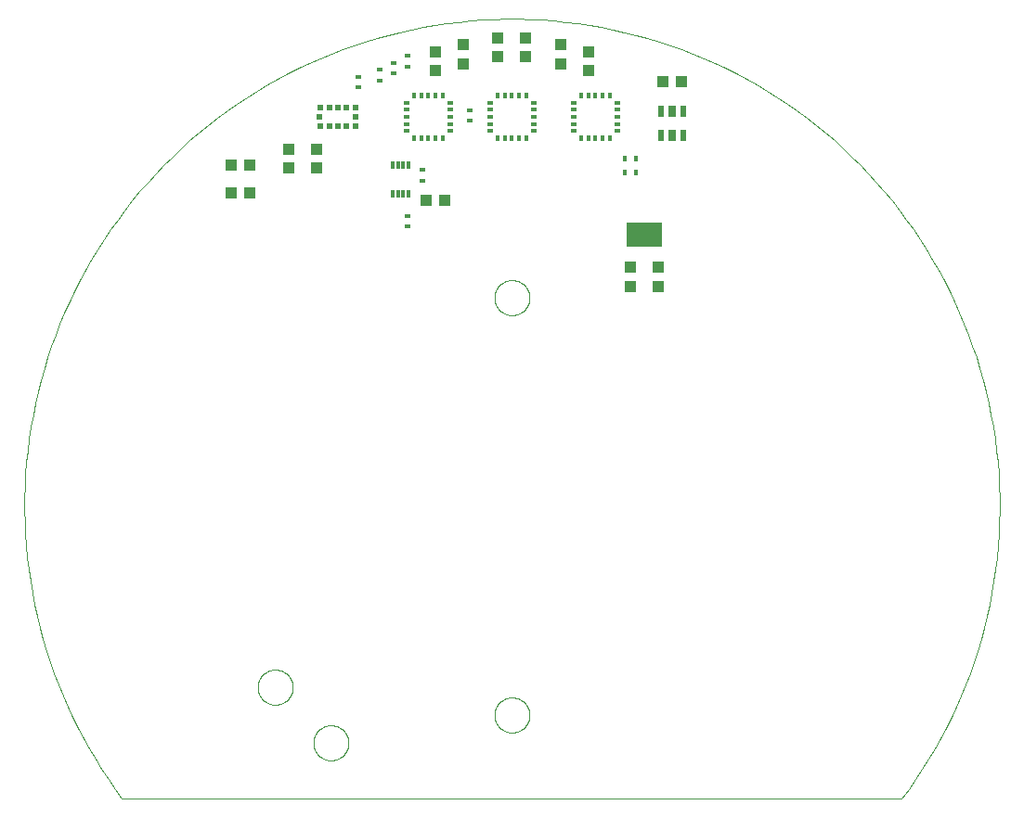
<source format=gtp>
G75*
%MOIN*%
%OFA0B0*%
%FSLAX25Y25*%
%IPPOS*%
%LPD*%
%AMOC8*
5,1,8,0,0,1.08239X$1,22.5*
%
%ADD10C,0.00000*%
%ADD11R,0.03937X0.04331*%
%ADD12R,0.01969X0.02362*%
%ADD13R,0.02362X0.01969*%
%ADD14R,0.02165X0.01575*%
%ADD15R,0.01575X0.02165*%
%ADD16R,0.02400X0.01800*%
%ADD17R,0.01181X0.02559*%
%ADD18R,0.01800X0.02400*%
%ADD19R,0.02756X0.04331*%
%ADD20R,0.02362X0.04331*%
%ADD21R,0.04331X0.03937*%
%ADD22R,0.13000X0.08800*%
D10*
X0062200Y0017200D02*
X0342200Y0017200D01*
X0195901Y0047200D02*
X0195903Y0047358D01*
X0195909Y0047516D01*
X0195919Y0047674D01*
X0195933Y0047832D01*
X0195951Y0047989D01*
X0195972Y0048146D01*
X0195998Y0048302D01*
X0196028Y0048458D01*
X0196061Y0048613D01*
X0196099Y0048766D01*
X0196140Y0048919D01*
X0196185Y0049071D01*
X0196234Y0049222D01*
X0196287Y0049371D01*
X0196343Y0049519D01*
X0196403Y0049665D01*
X0196467Y0049810D01*
X0196535Y0049953D01*
X0196606Y0050095D01*
X0196680Y0050235D01*
X0196758Y0050372D01*
X0196840Y0050508D01*
X0196924Y0050642D01*
X0197013Y0050773D01*
X0197104Y0050902D01*
X0197199Y0051029D01*
X0197296Y0051154D01*
X0197397Y0051276D01*
X0197501Y0051395D01*
X0197608Y0051512D01*
X0197718Y0051626D01*
X0197831Y0051737D01*
X0197946Y0051846D01*
X0198064Y0051951D01*
X0198185Y0052053D01*
X0198308Y0052153D01*
X0198434Y0052249D01*
X0198562Y0052342D01*
X0198692Y0052432D01*
X0198825Y0052518D01*
X0198960Y0052602D01*
X0199096Y0052681D01*
X0199235Y0052758D01*
X0199376Y0052830D01*
X0199518Y0052900D01*
X0199662Y0052965D01*
X0199808Y0053027D01*
X0199955Y0053085D01*
X0200104Y0053140D01*
X0200254Y0053191D01*
X0200405Y0053238D01*
X0200557Y0053281D01*
X0200710Y0053320D01*
X0200865Y0053356D01*
X0201020Y0053387D01*
X0201176Y0053415D01*
X0201332Y0053439D01*
X0201489Y0053459D01*
X0201647Y0053475D01*
X0201804Y0053487D01*
X0201963Y0053495D01*
X0202121Y0053499D01*
X0202279Y0053499D01*
X0202437Y0053495D01*
X0202596Y0053487D01*
X0202753Y0053475D01*
X0202911Y0053459D01*
X0203068Y0053439D01*
X0203224Y0053415D01*
X0203380Y0053387D01*
X0203535Y0053356D01*
X0203690Y0053320D01*
X0203843Y0053281D01*
X0203995Y0053238D01*
X0204146Y0053191D01*
X0204296Y0053140D01*
X0204445Y0053085D01*
X0204592Y0053027D01*
X0204738Y0052965D01*
X0204882Y0052900D01*
X0205024Y0052830D01*
X0205165Y0052758D01*
X0205304Y0052681D01*
X0205440Y0052602D01*
X0205575Y0052518D01*
X0205708Y0052432D01*
X0205838Y0052342D01*
X0205966Y0052249D01*
X0206092Y0052153D01*
X0206215Y0052053D01*
X0206336Y0051951D01*
X0206454Y0051846D01*
X0206569Y0051737D01*
X0206682Y0051626D01*
X0206792Y0051512D01*
X0206899Y0051395D01*
X0207003Y0051276D01*
X0207104Y0051154D01*
X0207201Y0051029D01*
X0207296Y0050902D01*
X0207387Y0050773D01*
X0207476Y0050642D01*
X0207560Y0050508D01*
X0207642Y0050372D01*
X0207720Y0050235D01*
X0207794Y0050095D01*
X0207865Y0049953D01*
X0207933Y0049810D01*
X0207997Y0049665D01*
X0208057Y0049519D01*
X0208113Y0049371D01*
X0208166Y0049222D01*
X0208215Y0049071D01*
X0208260Y0048919D01*
X0208301Y0048766D01*
X0208339Y0048613D01*
X0208372Y0048458D01*
X0208402Y0048302D01*
X0208428Y0048146D01*
X0208449Y0047989D01*
X0208467Y0047832D01*
X0208481Y0047674D01*
X0208491Y0047516D01*
X0208497Y0047358D01*
X0208499Y0047200D01*
X0208497Y0047042D01*
X0208491Y0046884D01*
X0208481Y0046726D01*
X0208467Y0046568D01*
X0208449Y0046411D01*
X0208428Y0046254D01*
X0208402Y0046098D01*
X0208372Y0045942D01*
X0208339Y0045787D01*
X0208301Y0045634D01*
X0208260Y0045481D01*
X0208215Y0045329D01*
X0208166Y0045178D01*
X0208113Y0045029D01*
X0208057Y0044881D01*
X0207997Y0044735D01*
X0207933Y0044590D01*
X0207865Y0044447D01*
X0207794Y0044305D01*
X0207720Y0044165D01*
X0207642Y0044028D01*
X0207560Y0043892D01*
X0207476Y0043758D01*
X0207387Y0043627D01*
X0207296Y0043498D01*
X0207201Y0043371D01*
X0207104Y0043246D01*
X0207003Y0043124D01*
X0206899Y0043005D01*
X0206792Y0042888D01*
X0206682Y0042774D01*
X0206569Y0042663D01*
X0206454Y0042554D01*
X0206336Y0042449D01*
X0206215Y0042347D01*
X0206092Y0042247D01*
X0205966Y0042151D01*
X0205838Y0042058D01*
X0205708Y0041968D01*
X0205575Y0041882D01*
X0205440Y0041798D01*
X0205304Y0041719D01*
X0205165Y0041642D01*
X0205024Y0041570D01*
X0204882Y0041500D01*
X0204738Y0041435D01*
X0204592Y0041373D01*
X0204445Y0041315D01*
X0204296Y0041260D01*
X0204146Y0041209D01*
X0203995Y0041162D01*
X0203843Y0041119D01*
X0203690Y0041080D01*
X0203535Y0041044D01*
X0203380Y0041013D01*
X0203224Y0040985D01*
X0203068Y0040961D01*
X0202911Y0040941D01*
X0202753Y0040925D01*
X0202596Y0040913D01*
X0202437Y0040905D01*
X0202279Y0040901D01*
X0202121Y0040901D01*
X0201963Y0040905D01*
X0201804Y0040913D01*
X0201647Y0040925D01*
X0201489Y0040941D01*
X0201332Y0040961D01*
X0201176Y0040985D01*
X0201020Y0041013D01*
X0200865Y0041044D01*
X0200710Y0041080D01*
X0200557Y0041119D01*
X0200405Y0041162D01*
X0200254Y0041209D01*
X0200104Y0041260D01*
X0199955Y0041315D01*
X0199808Y0041373D01*
X0199662Y0041435D01*
X0199518Y0041500D01*
X0199376Y0041570D01*
X0199235Y0041642D01*
X0199096Y0041719D01*
X0198960Y0041798D01*
X0198825Y0041882D01*
X0198692Y0041968D01*
X0198562Y0042058D01*
X0198434Y0042151D01*
X0198308Y0042247D01*
X0198185Y0042347D01*
X0198064Y0042449D01*
X0197946Y0042554D01*
X0197831Y0042663D01*
X0197718Y0042774D01*
X0197608Y0042888D01*
X0197501Y0043005D01*
X0197397Y0043124D01*
X0197296Y0043246D01*
X0197199Y0043371D01*
X0197104Y0043498D01*
X0197013Y0043627D01*
X0196924Y0043758D01*
X0196840Y0043892D01*
X0196758Y0044028D01*
X0196680Y0044165D01*
X0196606Y0044305D01*
X0196535Y0044447D01*
X0196467Y0044590D01*
X0196403Y0044735D01*
X0196343Y0044881D01*
X0196287Y0045029D01*
X0196234Y0045178D01*
X0196185Y0045329D01*
X0196140Y0045481D01*
X0196099Y0045634D01*
X0196061Y0045787D01*
X0196028Y0045942D01*
X0195998Y0046098D01*
X0195972Y0046254D01*
X0195951Y0046411D01*
X0195933Y0046568D01*
X0195919Y0046726D01*
X0195909Y0046884D01*
X0195903Y0047042D01*
X0195901Y0047200D01*
X0130901Y0037200D02*
X0130903Y0037358D01*
X0130909Y0037516D01*
X0130919Y0037674D01*
X0130933Y0037832D01*
X0130951Y0037989D01*
X0130972Y0038146D01*
X0130998Y0038302D01*
X0131028Y0038458D01*
X0131061Y0038613D01*
X0131099Y0038766D01*
X0131140Y0038919D01*
X0131185Y0039071D01*
X0131234Y0039222D01*
X0131287Y0039371D01*
X0131343Y0039519D01*
X0131403Y0039665D01*
X0131467Y0039810D01*
X0131535Y0039953D01*
X0131606Y0040095D01*
X0131680Y0040235D01*
X0131758Y0040372D01*
X0131840Y0040508D01*
X0131924Y0040642D01*
X0132013Y0040773D01*
X0132104Y0040902D01*
X0132199Y0041029D01*
X0132296Y0041154D01*
X0132397Y0041276D01*
X0132501Y0041395D01*
X0132608Y0041512D01*
X0132718Y0041626D01*
X0132831Y0041737D01*
X0132946Y0041846D01*
X0133064Y0041951D01*
X0133185Y0042053D01*
X0133308Y0042153D01*
X0133434Y0042249D01*
X0133562Y0042342D01*
X0133692Y0042432D01*
X0133825Y0042518D01*
X0133960Y0042602D01*
X0134096Y0042681D01*
X0134235Y0042758D01*
X0134376Y0042830D01*
X0134518Y0042900D01*
X0134662Y0042965D01*
X0134808Y0043027D01*
X0134955Y0043085D01*
X0135104Y0043140D01*
X0135254Y0043191D01*
X0135405Y0043238D01*
X0135557Y0043281D01*
X0135710Y0043320D01*
X0135865Y0043356D01*
X0136020Y0043387D01*
X0136176Y0043415D01*
X0136332Y0043439D01*
X0136489Y0043459D01*
X0136647Y0043475D01*
X0136804Y0043487D01*
X0136963Y0043495D01*
X0137121Y0043499D01*
X0137279Y0043499D01*
X0137437Y0043495D01*
X0137596Y0043487D01*
X0137753Y0043475D01*
X0137911Y0043459D01*
X0138068Y0043439D01*
X0138224Y0043415D01*
X0138380Y0043387D01*
X0138535Y0043356D01*
X0138690Y0043320D01*
X0138843Y0043281D01*
X0138995Y0043238D01*
X0139146Y0043191D01*
X0139296Y0043140D01*
X0139445Y0043085D01*
X0139592Y0043027D01*
X0139738Y0042965D01*
X0139882Y0042900D01*
X0140024Y0042830D01*
X0140165Y0042758D01*
X0140304Y0042681D01*
X0140440Y0042602D01*
X0140575Y0042518D01*
X0140708Y0042432D01*
X0140838Y0042342D01*
X0140966Y0042249D01*
X0141092Y0042153D01*
X0141215Y0042053D01*
X0141336Y0041951D01*
X0141454Y0041846D01*
X0141569Y0041737D01*
X0141682Y0041626D01*
X0141792Y0041512D01*
X0141899Y0041395D01*
X0142003Y0041276D01*
X0142104Y0041154D01*
X0142201Y0041029D01*
X0142296Y0040902D01*
X0142387Y0040773D01*
X0142476Y0040642D01*
X0142560Y0040508D01*
X0142642Y0040372D01*
X0142720Y0040235D01*
X0142794Y0040095D01*
X0142865Y0039953D01*
X0142933Y0039810D01*
X0142997Y0039665D01*
X0143057Y0039519D01*
X0143113Y0039371D01*
X0143166Y0039222D01*
X0143215Y0039071D01*
X0143260Y0038919D01*
X0143301Y0038766D01*
X0143339Y0038613D01*
X0143372Y0038458D01*
X0143402Y0038302D01*
X0143428Y0038146D01*
X0143449Y0037989D01*
X0143467Y0037832D01*
X0143481Y0037674D01*
X0143491Y0037516D01*
X0143497Y0037358D01*
X0143499Y0037200D01*
X0143497Y0037042D01*
X0143491Y0036884D01*
X0143481Y0036726D01*
X0143467Y0036568D01*
X0143449Y0036411D01*
X0143428Y0036254D01*
X0143402Y0036098D01*
X0143372Y0035942D01*
X0143339Y0035787D01*
X0143301Y0035634D01*
X0143260Y0035481D01*
X0143215Y0035329D01*
X0143166Y0035178D01*
X0143113Y0035029D01*
X0143057Y0034881D01*
X0142997Y0034735D01*
X0142933Y0034590D01*
X0142865Y0034447D01*
X0142794Y0034305D01*
X0142720Y0034165D01*
X0142642Y0034028D01*
X0142560Y0033892D01*
X0142476Y0033758D01*
X0142387Y0033627D01*
X0142296Y0033498D01*
X0142201Y0033371D01*
X0142104Y0033246D01*
X0142003Y0033124D01*
X0141899Y0033005D01*
X0141792Y0032888D01*
X0141682Y0032774D01*
X0141569Y0032663D01*
X0141454Y0032554D01*
X0141336Y0032449D01*
X0141215Y0032347D01*
X0141092Y0032247D01*
X0140966Y0032151D01*
X0140838Y0032058D01*
X0140708Y0031968D01*
X0140575Y0031882D01*
X0140440Y0031798D01*
X0140304Y0031719D01*
X0140165Y0031642D01*
X0140024Y0031570D01*
X0139882Y0031500D01*
X0139738Y0031435D01*
X0139592Y0031373D01*
X0139445Y0031315D01*
X0139296Y0031260D01*
X0139146Y0031209D01*
X0138995Y0031162D01*
X0138843Y0031119D01*
X0138690Y0031080D01*
X0138535Y0031044D01*
X0138380Y0031013D01*
X0138224Y0030985D01*
X0138068Y0030961D01*
X0137911Y0030941D01*
X0137753Y0030925D01*
X0137596Y0030913D01*
X0137437Y0030905D01*
X0137279Y0030901D01*
X0137121Y0030901D01*
X0136963Y0030905D01*
X0136804Y0030913D01*
X0136647Y0030925D01*
X0136489Y0030941D01*
X0136332Y0030961D01*
X0136176Y0030985D01*
X0136020Y0031013D01*
X0135865Y0031044D01*
X0135710Y0031080D01*
X0135557Y0031119D01*
X0135405Y0031162D01*
X0135254Y0031209D01*
X0135104Y0031260D01*
X0134955Y0031315D01*
X0134808Y0031373D01*
X0134662Y0031435D01*
X0134518Y0031500D01*
X0134376Y0031570D01*
X0134235Y0031642D01*
X0134096Y0031719D01*
X0133960Y0031798D01*
X0133825Y0031882D01*
X0133692Y0031968D01*
X0133562Y0032058D01*
X0133434Y0032151D01*
X0133308Y0032247D01*
X0133185Y0032347D01*
X0133064Y0032449D01*
X0132946Y0032554D01*
X0132831Y0032663D01*
X0132718Y0032774D01*
X0132608Y0032888D01*
X0132501Y0033005D01*
X0132397Y0033124D01*
X0132296Y0033246D01*
X0132199Y0033371D01*
X0132104Y0033498D01*
X0132013Y0033627D01*
X0131924Y0033758D01*
X0131840Y0033892D01*
X0131758Y0034028D01*
X0131680Y0034165D01*
X0131606Y0034305D01*
X0131535Y0034447D01*
X0131467Y0034590D01*
X0131403Y0034735D01*
X0131343Y0034881D01*
X0131287Y0035029D01*
X0131234Y0035178D01*
X0131185Y0035329D01*
X0131140Y0035481D01*
X0131099Y0035634D01*
X0131061Y0035787D01*
X0131028Y0035942D01*
X0130998Y0036098D01*
X0130972Y0036254D01*
X0130951Y0036411D01*
X0130933Y0036568D01*
X0130919Y0036726D01*
X0130909Y0036884D01*
X0130903Y0037042D01*
X0130901Y0037200D01*
X0110901Y0057200D02*
X0110903Y0057358D01*
X0110909Y0057516D01*
X0110919Y0057674D01*
X0110933Y0057832D01*
X0110951Y0057989D01*
X0110972Y0058146D01*
X0110998Y0058302D01*
X0111028Y0058458D01*
X0111061Y0058613D01*
X0111099Y0058766D01*
X0111140Y0058919D01*
X0111185Y0059071D01*
X0111234Y0059222D01*
X0111287Y0059371D01*
X0111343Y0059519D01*
X0111403Y0059665D01*
X0111467Y0059810D01*
X0111535Y0059953D01*
X0111606Y0060095D01*
X0111680Y0060235D01*
X0111758Y0060372D01*
X0111840Y0060508D01*
X0111924Y0060642D01*
X0112013Y0060773D01*
X0112104Y0060902D01*
X0112199Y0061029D01*
X0112296Y0061154D01*
X0112397Y0061276D01*
X0112501Y0061395D01*
X0112608Y0061512D01*
X0112718Y0061626D01*
X0112831Y0061737D01*
X0112946Y0061846D01*
X0113064Y0061951D01*
X0113185Y0062053D01*
X0113308Y0062153D01*
X0113434Y0062249D01*
X0113562Y0062342D01*
X0113692Y0062432D01*
X0113825Y0062518D01*
X0113960Y0062602D01*
X0114096Y0062681D01*
X0114235Y0062758D01*
X0114376Y0062830D01*
X0114518Y0062900D01*
X0114662Y0062965D01*
X0114808Y0063027D01*
X0114955Y0063085D01*
X0115104Y0063140D01*
X0115254Y0063191D01*
X0115405Y0063238D01*
X0115557Y0063281D01*
X0115710Y0063320D01*
X0115865Y0063356D01*
X0116020Y0063387D01*
X0116176Y0063415D01*
X0116332Y0063439D01*
X0116489Y0063459D01*
X0116647Y0063475D01*
X0116804Y0063487D01*
X0116963Y0063495D01*
X0117121Y0063499D01*
X0117279Y0063499D01*
X0117437Y0063495D01*
X0117596Y0063487D01*
X0117753Y0063475D01*
X0117911Y0063459D01*
X0118068Y0063439D01*
X0118224Y0063415D01*
X0118380Y0063387D01*
X0118535Y0063356D01*
X0118690Y0063320D01*
X0118843Y0063281D01*
X0118995Y0063238D01*
X0119146Y0063191D01*
X0119296Y0063140D01*
X0119445Y0063085D01*
X0119592Y0063027D01*
X0119738Y0062965D01*
X0119882Y0062900D01*
X0120024Y0062830D01*
X0120165Y0062758D01*
X0120304Y0062681D01*
X0120440Y0062602D01*
X0120575Y0062518D01*
X0120708Y0062432D01*
X0120838Y0062342D01*
X0120966Y0062249D01*
X0121092Y0062153D01*
X0121215Y0062053D01*
X0121336Y0061951D01*
X0121454Y0061846D01*
X0121569Y0061737D01*
X0121682Y0061626D01*
X0121792Y0061512D01*
X0121899Y0061395D01*
X0122003Y0061276D01*
X0122104Y0061154D01*
X0122201Y0061029D01*
X0122296Y0060902D01*
X0122387Y0060773D01*
X0122476Y0060642D01*
X0122560Y0060508D01*
X0122642Y0060372D01*
X0122720Y0060235D01*
X0122794Y0060095D01*
X0122865Y0059953D01*
X0122933Y0059810D01*
X0122997Y0059665D01*
X0123057Y0059519D01*
X0123113Y0059371D01*
X0123166Y0059222D01*
X0123215Y0059071D01*
X0123260Y0058919D01*
X0123301Y0058766D01*
X0123339Y0058613D01*
X0123372Y0058458D01*
X0123402Y0058302D01*
X0123428Y0058146D01*
X0123449Y0057989D01*
X0123467Y0057832D01*
X0123481Y0057674D01*
X0123491Y0057516D01*
X0123497Y0057358D01*
X0123499Y0057200D01*
X0123497Y0057042D01*
X0123491Y0056884D01*
X0123481Y0056726D01*
X0123467Y0056568D01*
X0123449Y0056411D01*
X0123428Y0056254D01*
X0123402Y0056098D01*
X0123372Y0055942D01*
X0123339Y0055787D01*
X0123301Y0055634D01*
X0123260Y0055481D01*
X0123215Y0055329D01*
X0123166Y0055178D01*
X0123113Y0055029D01*
X0123057Y0054881D01*
X0122997Y0054735D01*
X0122933Y0054590D01*
X0122865Y0054447D01*
X0122794Y0054305D01*
X0122720Y0054165D01*
X0122642Y0054028D01*
X0122560Y0053892D01*
X0122476Y0053758D01*
X0122387Y0053627D01*
X0122296Y0053498D01*
X0122201Y0053371D01*
X0122104Y0053246D01*
X0122003Y0053124D01*
X0121899Y0053005D01*
X0121792Y0052888D01*
X0121682Y0052774D01*
X0121569Y0052663D01*
X0121454Y0052554D01*
X0121336Y0052449D01*
X0121215Y0052347D01*
X0121092Y0052247D01*
X0120966Y0052151D01*
X0120838Y0052058D01*
X0120708Y0051968D01*
X0120575Y0051882D01*
X0120440Y0051798D01*
X0120304Y0051719D01*
X0120165Y0051642D01*
X0120024Y0051570D01*
X0119882Y0051500D01*
X0119738Y0051435D01*
X0119592Y0051373D01*
X0119445Y0051315D01*
X0119296Y0051260D01*
X0119146Y0051209D01*
X0118995Y0051162D01*
X0118843Y0051119D01*
X0118690Y0051080D01*
X0118535Y0051044D01*
X0118380Y0051013D01*
X0118224Y0050985D01*
X0118068Y0050961D01*
X0117911Y0050941D01*
X0117753Y0050925D01*
X0117596Y0050913D01*
X0117437Y0050905D01*
X0117279Y0050901D01*
X0117121Y0050901D01*
X0116963Y0050905D01*
X0116804Y0050913D01*
X0116647Y0050925D01*
X0116489Y0050941D01*
X0116332Y0050961D01*
X0116176Y0050985D01*
X0116020Y0051013D01*
X0115865Y0051044D01*
X0115710Y0051080D01*
X0115557Y0051119D01*
X0115405Y0051162D01*
X0115254Y0051209D01*
X0115104Y0051260D01*
X0114955Y0051315D01*
X0114808Y0051373D01*
X0114662Y0051435D01*
X0114518Y0051500D01*
X0114376Y0051570D01*
X0114235Y0051642D01*
X0114096Y0051719D01*
X0113960Y0051798D01*
X0113825Y0051882D01*
X0113692Y0051968D01*
X0113562Y0052058D01*
X0113434Y0052151D01*
X0113308Y0052247D01*
X0113185Y0052347D01*
X0113064Y0052449D01*
X0112946Y0052554D01*
X0112831Y0052663D01*
X0112718Y0052774D01*
X0112608Y0052888D01*
X0112501Y0053005D01*
X0112397Y0053124D01*
X0112296Y0053246D01*
X0112199Y0053371D01*
X0112104Y0053498D01*
X0112013Y0053627D01*
X0111924Y0053758D01*
X0111840Y0053892D01*
X0111758Y0054028D01*
X0111680Y0054165D01*
X0111606Y0054305D01*
X0111535Y0054447D01*
X0111467Y0054590D01*
X0111403Y0054735D01*
X0111343Y0054881D01*
X0111287Y0055029D01*
X0111234Y0055178D01*
X0111185Y0055329D01*
X0111140Y0055481D01*
X0111099Y0055634D01*
X0111061Y0055787D01*
X0111028Y0055942D01*
X0110998Y0056098D01*
X0110972Y0056254D01*
X0110951Y0056411D01*
X0110933Y0056568D01*
X0110919Y0056726D01*
X0110909Y0056884D01*
X0110903Y0057042D01*
X0110901Y0057200D01*
X0062200Y0017200D02*
X0059670Y0020657D01*
X0057225Y0024176D01*
X0054867Y0027753D01*
X0052597Y0031386D01*
X0050416Y0035075D01*
X0048327Y0038815D01*
X0046330Y0042605D01*
X0044426Y0046443D01*
X0042617Y0050327D01*
X0040903Y0054254D01*
X0039286Y0058221D01*
X0037766Y0062227D01*
X0036345Y0066269D01*
X0035023Y0070344D01*
X0033801Y0074451D01*
X0032680Y0078586D01*
X0031661Y0082747D01*
X0030744Y0086932D01*
X0029929Y0091139D01*
X0029218Y0095363D01*
X0028610Y0099605D01*
X0028107Y0103859D01*
X0027707Y0108125D01*
X0027412Y0112399D01*
X0027222Y0116679D01*
X0027136Y0120963D01*
X0027156Y0125247D01*
X0027280Y0129530D01*
X0027509Y0133808D01*
X0027842Y0138079D01*
X0028280Y0142341D01*
X0028822Y0146591D01*
X0029468Y0150827D01*
X0030218Y0155045D01*
X0031070Y0159244D01*
X0032025Y0163420D01*
X0033082Y0167572D01*
X0034240Y0171697D01*
X0035499Y0175793D01*
X0036857Y0179856D01*
X0038315Y0183885D01*
X0039871Y0187877D01*
X0041524Y0191829D01*
X0043273Y0195740D01*
X0045117Y0199607D01*
X0047056Y0203428D01*
X0049087Y0207200D01*
X0051210Y0210922D01*
X0053423Y0214590D01*
X0055726Y0218203D01*
X0058116Y0221759D01*
X0060593Y0225255D01*
X0063154Y0228689D01*
X0065799Y0232060D01*
X0068525Y0235365D01*
X0071332Y0238602D01*
X0074217Y0241770D01*
X0077178Y0244866D01*
X0080215Y0247889D01*
X0083324Y0250836D01*
X0086505Y0253707D01*
X0089754Y0256498D01*
X0093072Y0259210D01*
X0096454Y0261839D01*
X0099900Y0264385D01*
X0103407Y0266846D01*
X0106974Y0269220D01*
X0110597Y0271506D01*
X0114275Y0273703D01*
X0118006Y0275810D01*
X0121788Y0277824D01*
X0125617Y0279745D01*
X0129493Y0281572D01*
X0133411Y0283303D01*
X0137372Y0284939D01*
X0141371Y0286476D01*
X0145406Y0287916D01*
X0149475Y0289256D01*
X0153576Y0290496D01*
X0157706Y0291636D01*
X0161863Y0292674D01*
X0166044Y0293610D01*
X0170246Y0294443D01*
X0174468Y0295174D01*
X0178706Y0295800D01*
X0182959Y0296323D01*
X0187223Y0296742D01*
X0191495Y0297056D01*
X0195775Y0297266D01*
X0200058Y0297371D01*
X0204342Y0297371D01*
X0208625Y0297266D01*
X0212905Y0297056D01*
X0217177Y0296742D01*
X0221441Y0296323D01*
X0225694Y0295800D01*
X0229932Y0295174D01*
X0234154Y0294443D01*
X0238356Y0293610D01*
X0242537Y0292674D01*
X0246694Y0291636D01*
X0250824Y0290496D01*
X0254925Y0289256D01*
X0258994Y0287916D01*
X0263029Y0286476D01*
X0267028Y0284939D01*
X0270989Y0283303D01*
X0274907Y0281572D01*
X0278783Y0279745D01*
X0282612Y0277824D01*
X0286394Y0275810D01*
X0290125Y0273703D01*
X0293803Y0271506D01*
X0297426Y0269220D01*
X0300993Y0266846D01*
X0304500Y0264385D01*
X0307946Y0261839D01*
X0311328Y0259210D01*
X0314646Y0256498D01*
X0317895Y0253707D01*
X0321076Y0250836D01*
X0324185Y0247889D01*
X0327222Y0244866D01*
X0330183Y0241770D01*
X0333068Y0238602D01*
X0335875Y0235365D01*
X0338601Y0232060D01*
X0341246Y0228689D01*
X0343807Y0225255D01*
X0346284Y0221759D01*
X0348674Y0218203D01*
X0350977Y0214590D01*
X0353190Y0210922D01*
X0355313Y0207200D01*
X0357344Y0203428D01*
X0359283Y0199607D01*
X0361127Y0195740D01*
X0362876Y0191829D01*
X0364529Y0187877D01*
X0366085Y0183885D01*
X0367543Y0179856D01*
X0368901Y0175793D01*
X0370160Y0171697D01*
X0371318Y0167572D01*
X0372375Y0163420D01*
X0373330Y0159244D01*
X0374182Y0155045D01*
X0374932Y0150827D01*
X0375578Y0146591D01*
X0376120Y0142341D01*
X0376558Y0138079D01*
X0376891Y0133808D01*
X0377120Y0129530D01*
X0377244Y0125247D01*
X0377264Y0120963D01*
X0377178Y0116679D01*
X0376988Y0112399D01*
X0376693Y0108125D01*
X0376293Y0103859D01*
X0375790Y0099605D01*
X0375182Y0095363D01*
X0374471Y0091139D01*
X0373656Y0086932D01*
X0372739Y0082747D01*
X0371720Y0078586D01*
X0370599Y0074451D01*
X0369377Y0070344D01*
X0368055Y0066269D01*
X0366634Y0062227D01*
X0365114Y0058221D01*
X0363497Y0054254D01*
X0361783Y0050327D01*
X0359974Y0046443D01*
X0358070Y0042605D01*
X0356073Y0038815D01*
X0353984Y0035075D01*
X0351803Y0031386D01*
X0349533Y0027753D01*
X0347175Y0024176D01*
X0344730Y0020657D01*
X0342200Y0017200D01*
X0195901Y0197200D02*
X0195903Y0197358D01*
X0195909Y0197516D01*
X0195919Y0197674D01*
X0195933Y0197832D01*
X0195951Y0197989D01*
X0195972Y0198146D01*
X0195998Y0198302D01*
X0196028Y0198458D01*
X0196061Y0198613D01*
X0196099Y0198766D01*
X0196140Y0198919D01*
X0196185Y0199071D01*
X0196234Y0199222D01*
X0196287Y0199371D01*
X0196343Y0199519D01*
X0196403Y0199665D01*
X0196467Y0199810D01*
X0196535Y0199953D01*
X0196606Y0200095D01*
X0196680Y0200235D01*
X0196758Y0200372D01*
X0196840Y0200508D01*
X0196924Y0200642D01*
X0197013Y0200773D01*
X0197104Y0200902D01*
X0197199Y0201029D01*
X0197296Y0201154D01*
X0197397Y0201276D01*
X0197501Y0201395D01*
X0197608Y0201512D01*
X0197718Y0201626D01*
X0197831Y0201737D01*
X0197946Y0201846D01*
X0198064Y0201951D01*
X0198185Y0202053D01*
X0198308Y0202153D01*
X0198434Y0202249D01*
X0198562Y0202342D01*
X0198692Y0202432D01*
X0198825Y0202518D01*
X0198960Y0202602D01*
X0199096Y0202681D01*
X0199235Y0202758D01*
X0199376Y0202830D01*
X0199518Y0202900D01*
X0199662Y0202965D01*
X0199808Y0203027D01*
X0199955Y0203085D01*
X0200104Y0203140D01*
X0200254Y0203191D01*
X0200405Y0203238D01*
X0200557Y0203281D01*
X0200710Y0203320D01*
X0200865Y0203356D01*
X0201020Y0203387D01*
X0201176Y0203415D01*
X0201332Y0203439D01*
X0201489Y0203459D01*
X0201647Y0203475D01*
X0201804Y0203487D01*
X0201963Y0203495D01*
X0202121Y0203499D01*
X0202279Y0203499D01*
X0202437Y0203495D01*
X0202596Y0203487D01*
X0202753Y0203475D01*
X0202911Y0203459D01*
X0203068Y0203439D01*
X0203224Y0203415D01*
X0203380Y0203387D01*
X0203535Y0203356D01*
X0203690Y0203320D01*
X0203843Y0203281D01*
X0203995Y0203238D01*
X0204146Y0203191D01*
X0204296Y0203140D01*
X0204445Y0203085D01*
X0204592Y0203027D01*
X0204738Y0202965D01*
X0204882Y0202900D01*
X0205024Y0202830D01*
X0205165Y0202758D01*
X0205304Y0202681D01*
X0205440Y0202602D01*
X0205575Y0202518D01*
X0205708Y0202432D01*
X0205838Y0202342D01*
X0205966Y0202249D01*
X0206092Y0202153D01*
X0206215Y0202053D01*
X0206336Y0201951D01*
X0206454Y0201846D01*
X0206569Y0201737D01*
X0206682Y0201626D01*
X0206792Y0201512D01*
X0206899Y0201395D01*
X0207003Y0201276D01*
X0207104Y0201154D01*
X0207201Y0201029D01*
X0207296Y0200902D01*
X0207387Y0200773D01*
X0207476Y0200642D01*
X0207560Y0200508D01*
X0207642Y0200372D01*
X0207720Y0200235D01*
X0207794Y0200095D01*
X0207865Y0199953D01*
X0207933Y0199810D01*
X0207997Y0199665D01*
X0208057Y0199519D01*
X0208113Y0199371D01*
X0208166Y0199222D01*
X0208215Y0199071D01*
X0208260Y0198919D01*
X0208301Y0198766D01*
X0208339Y0198613D01*
X0208372Y0198458D01*
X0208402Y0198302D01*
X0208428Y0198146D01*
X0208449Y0197989D01*
X0208467Y0197832D01*
X0208481Y0197674D01*
X0208491Y0197516D01*
X0208497Y0197358D01*
X0208499Y0197200D01*
X0208497Y0197042D01*
X0208491Y0196884D01*
X0208481Y0196726D01*
X0208467Y0196568D01*
X0208449Y0196411D01*
X0208428Y0196254D01*
X0208402Y0196098D01*
X0208372Y0195942D01*
X0208339Y0195787D01*
X0208301Y0195634D01*
X0208260Y0195481D01*
X0208215Y0195329D01*
X0208166Y0195178D01*
X0208113Y0195029D01*
X0208057Y0194881D01*
X0207997Y0194735D01*
X0207933Y0194590D01*
X0207865Y0194447D01*
X0207794Y0194305D01*
X0207720Y0194165D01*
X0207642Y0194028D01*
X0207560Y0193892D01*
X0207476Y0193758D01*
X0207387Y0193627D01*
X0207296Y0193498D01*
X0207201Y0193371D01*
X0207104Y0193246D01*
X0207003Y0193124D01*
X0206899Y0193005D01*
X0206792Y0192888D01*
X0206682Y0192774D01*
X0206569Y0192663D01*
X0206454Y0192554D01*
X0206336Y0192449D01*
X0206215Y0192347D01*
X0206092Y0192247D01*
X0205966Y0192151D01*
X0205838Y0192058D01*
X0205708Y0191968D01*
X0205575Y0191882D01*
X0205440Y0191798D01*
X0205304Y0191719D01*
X0205165Y0191642D01*
X0205024Y0191570D01*
X0204882Y0191500D01*
X0204738Y0191435D01*
X0204592Y0191373D01*
X0204445Y0191315D01*
X0204296Y0191260D01*
X0204146Y0191209D01*
X0203995Y0191162D01*
X0203843Y0191119D01*
X0203690Y0191080D01*
X0203535Y0191044D01*
X0203380Y0191013D01*
X0203224Y0190985D01*
X0203068Y0190961D01*
X0202911Y0190941D01*
X0202753Y0190925D01*
X0202596Y0190913D01*
X0202437Y0190905D01*
X0202279Y0190901D01*
X0202121Y0190901D01*
X0201963Y0190905D01*
X0201804Y0190913D01*
X0201647Y0190925D01*
X0201489Y0190941D01*
X0201332Y0190961D01*
X0201176Y0190985D01*
X0201020Y0191013D01*
X0200865Y0191044D01*
X0200710Y0191080D01*
X0200557Y0191119D01*
X0200405Y0191162D01*
X0200254Y0191209D01*
X0200104Y0191260D01*
X0199955Y0191315D01*
X0199808Y0191373D01*
X0199662Y0191435D01*
X0199518Y0191500D01*
X0199376Y0191570D01*
X0199235Y0191642D01*
X0199096Y0191719D01*
X0198960Y0191798D01*
X0198825Y0191882D01*
X0198692Y0191968D01*
X0198562Y0192058D01*
X0198434Y0192151D01*
X0198308Y0192247D01*
X0198185Y0192347D01*
X0198064Y0192449D01*
X0197946Y0192554D01*
X0197831Y0192663D01*
X0197718Y0192774D01*
X0197608Y0192888D01*
X0197501Y0193005D01*
X0197397Y0193124D01*
X0197296Y0193246D01*
X0197199Y0193371D01*
X0197104Y0193498D01*
X0197013Y0193627D01*
X0196924Y0193758D01*
X0196840Y0193892D01*
X0196758Y0194028D01*
X0196680Y0194165D01*
X0196606Y0194305D01*
X0196535Y0194447D01*
X0196467Y0194590D01*
X0196403Y0194735D01*
X0196343Y0194881D01*
X0196287Y0195029D01*
X0196234Y0195178D01*
X0196185Y0195329D01*
X0196140Y0195481D01*
X0196099Y0195634D01*
X0196061Y0195787D01*
X0196028Y0195942D01*
X0195998Y0196098D01*
X0195972Y0196254D01*
X0195951Y0196411D01*
X0195933Y0196568D01*
X0195919Y0196726D01*
X0195909Y0196884D01*
X0195903Y0197042D01*
X0195901Y0197200D01*
D11*
X0244700Y0201354D03*
X0244700Y0208046D03*
X0254700Y0208046D03*
X0254700Y0201354D03*
X0229700Y0278854D03*
X0229700Y0285546D03*
X0219700Y0288046D03*
X0219700Y0281354D03*
X0207200Y0283854D03*
X0207200Y0290546D03*
X0197200Y0290546D03*
X0197200Y0283854D03*
X0184700Y0281354D03*
X0184700Y0288046D03*
X0174700Y0285546D03*
X0174700Y0278854D03*
X0132200Y0250546D03*
X0132200Y0243854D03*
X0122200Y0243854D03*
X0122200Y0250546D03*
D12*
X0133401Y0258854D03*
X0136550Y0258854D03*
X0139700Y0258854D03*
X0142850Y0258854D03*
X0145999Y0258854D03*
X0145999Y0265546D03*
X0142850Y0265546D03*
X0139700Y0265546D03*
X0136550Y0265546D03*
X0133401Y0265546D03*
D13*
X0133204Y0262200D03*
X0146196Y0262200D03*
D14*
X0164228Y0262200D03*
X0164228Y0259641D03*
X0164228Y0257082D03*
X0164228Y0264759D03*
X0164228Y0267318D03*
X0180172Y0267318D03*
X0180172Y0264759D03*
X0180172Y0262200D03*
X0180172Y0259641D03*
X0180172Y0257082D03*
X0194228Y0257082D03*
X0194228Y0259641D03*
X0194228Y0262200D03*
X0194228Y0264759D03*
X0194228Y0267318D03*
X0210172Y0267318D03*
X0210172Y0264759D03*
X0210172Y0262200D03*
X0210172Y0259641D03*
X0210172Y0257082D03*
X0224228Y0257082D03*
X0224228Y0259641D03*
X0224228Y0262200D03*
X0224228Y0264759D03*
X0224228Y0267318D03*
X0240172Y0267318D03*
X0240172Y0264759D03*
X0240172Y0262200D03*
X0240172Y0259641D03*
X0240172Y0257082D03*
D15*
X0237318Y0254621D03*
X0234759Y0254621D03*
X0232200Y0254621D03*
X0229641Y0254621D03*
X0227082Y0254621D03*
X0227082Y0269779D03*
X0229641Y0269779D03*
X0232200Y0269779D03*
X0234759Y0269779D03*
X0237318Y0269779D03*
X0207318Y0269779D03*
X0204759Y0269779D03*
X0202200Y0269779D03*
X0199641Y0269779D03*
X0197082Y0269779D03*
X0197082Y0254621D03*
X0199641Y0254621D03*
X0202200Y0254621D03*
X0204759Y0254621D03*
X0207318Y0254621D03*
X0177318Y0254621D03*
X0174759Y0254621D03*
X0172200Y0254621D03*
X0169641Y0254621D03*
X0167082Y0254621D03*
X0167082Y0269779D03*
X0169641Y0269779D03*
X0172200Y0269779D03*
X0174759Y0269779D03*
X0177318Y0269779D03*
D16*
X0187200Y0264600D03*
X0187200Y0260800D03*
X0170200Y0243100D03*
X0170200Y0239300D03*
X0164700Y0226600D03*
X0164700Y0222800D03*
X0147200Y0272800D03*
X0147200Y0276600D03*
X0154700Y0275300D03*
X0154700Y0279100D03*
X0159700Y0277800D03*
X0159700Y0281600D03*
X0164700Y0280300D03*
X0164700Y0284100D03*
D17*
X0165153Y0244917D03*
X0163184Y0244917D03*
X0161216Y0244917D03*
X0159247Y0244917D03*
X0159247Y0234483D03*
X0161216Y0234483D03*
X0163184Y0234483D03*
X0165153Y0234483D03*
D18*
X0242800Y0242200D03*
X0246600Y0242200D03*
X0246600Y0247200D03*
X0242800Y0247200D03*
D19*
X0259700Y0255369D03*
X0259700Y0264031D03*
D20*
X0255763Y0264031D03*
X0263637Y0264031D03*
X0263637Y0255369D03*
X0255763Y0255369D03*
D21*
X0256354Y0274700D03*
X0263046Y0274700D03*
X0178046Y0232200D03*
X0171354Y0232200D03*
X0108046Y0234700D03*
X0101354Y0234700D03*
X0101354Y0244700D03*
X0108046Y0244700D03*
D22*
X0249700Y0219700D03*
M02*

</source>
